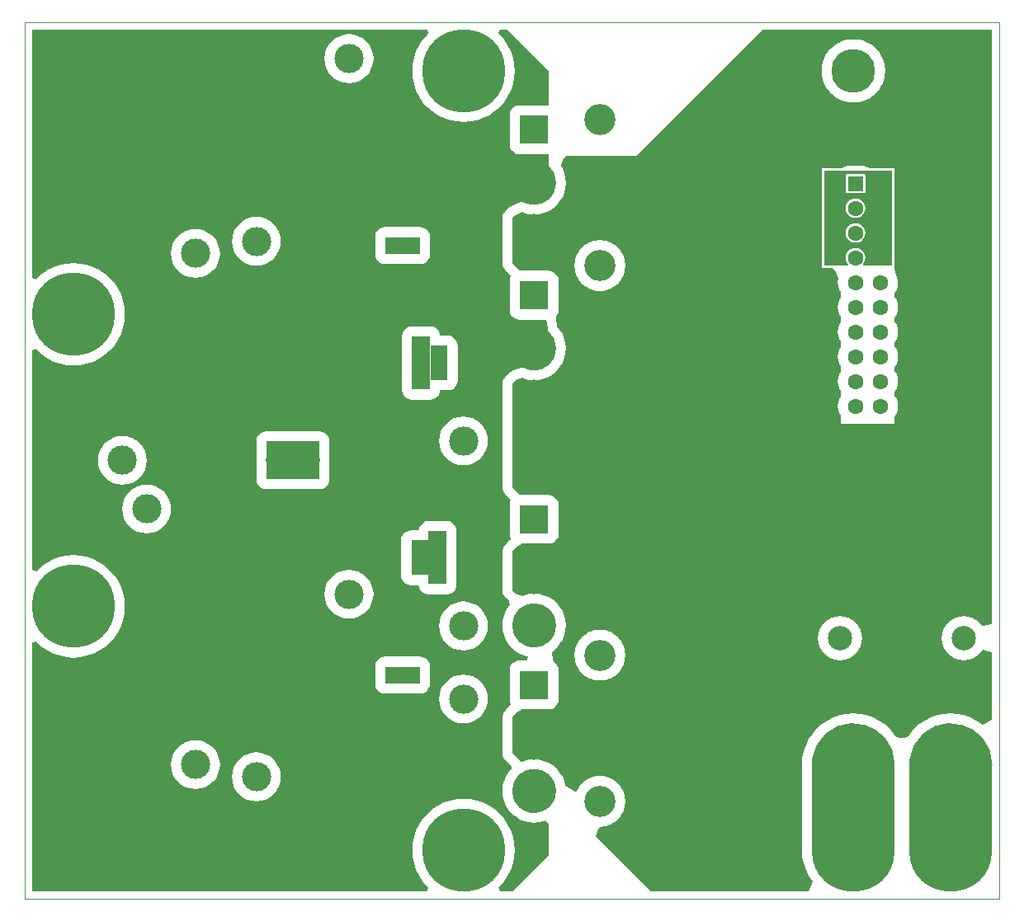
<source format=gbl>
G04 Layer_Physical_Order=2*
G04 Layer_Color=16711680*
%FSLAX25Y25*%
%MOIN*%
G70*
G01*
G75*
%ADD10C,0.05905*%
%ADD11C,0.03937*%
%ADD19R,0.33465X0.34449*%
%ADD20R,0.33465X0.34449*%
%ADD21C,0.00394*%
%ADD22C,0.23622*%
%ADD23C,0.09842*%
%ADD24C,0.33465*%
%ADD25C,0.17716*%
%ADD26C,0.11811*%
%ADD27R,0.06299X0.06299*%
%ADD28C,0.06299*%
%ADD29C,0.12598*%
%ADD30R,0.11811X0.11811*%
%ADD31C,0.03937*%
%ADD32C,0.05000*%
%ADD33R,0.21654X0.07480*%
%ADD34R,0.07087X0.14173*%
%ADD35R,0.07480X0.21654*%
%ADD36R,0.14173X0.07087*%
G36*
X211614Y157480D02*
Y143538D01*
X199803D01*
X198775Y143403D01*
X197818Y143006D01*
X196995Y142375D01*
X196364Y141552D01*
X195967Y140595D01*
X195832Y139567D01*
Y127756D01*
X195967Y126728D01*
X196364Y125770D01*
X196995Y124948D01*
X197818Y124317D01*
X198775Y123920D01*
X199803Y123785D01*
X211614D01*
Y105644D01*
X210911Y105044D01*
X209727Y104318D01*
X208444Y103786D01*
X207093Y103462D01*
X206902Y103447D01*
X206866Y103458D01*
X205709Y103572D01*
X204551Y103458D01*
X204515Y103447D01*
X204324Y103462D01*
X202973Y103786D01*
X202307Y104062D01*
X202263Y104074D01*
X202223Y104096D01*
X201763Y104208D01*
X201306Y104331D01*
X201260D01*
X201215Y104341D01*
X200743Y104331D01*
X200269D01*
X200225Y104319D01*
X200179Y104318D01*
X199725Y104185D01*
X199268Y104062D01*
X199228Y104040D01*
X199184Y104027D01*
X196627Y102898D01*
X196523Y102835D01*
X196408Y102793D01*
X196081Y102566D01*
X195741Y102359D01*
X195657Y102271D01*
X195557Y102202D01*
X194177Y100945D01*
X194117Y100874D01*
X194042Y100817D01*
X193783Y100479D01*
X193508Y100154D01*
X193468Y100069D01*
X193411Y99994D01*
X193248Y99601D01*
X193067Y99215D01*
X193051Y99123D01*
X193015Y99037D01*
X192959Y98614D01*
X192884Y98195D01*
X192892Y98102D01*
X192879Y98009D01*
X192879Y79937D01*
X192943Y79456D01*
X192998Y78973D01*
X193010Y78942D01*
X193015Y78910D01*
X193201Y78461D01*
X193379Y78009D01*
X193849Y77163D01*
X193868Y77137D01*
X193881Y77107D01*
X194177Y76721D01*
X194466Y76331D01*
X194492Y76310D01*
X194512Y76285D01*
X196308Y74488D01*
X195967Y73666D01*
X195832Y72638D01*
Y60827D01*
X195967Y59799D01*
X196364Y58841D01*
X196995Y58019D01*
X197818Y57388D01*
X198775Y56991D01*
X199803Y56856D01*
X210588D01*
X211115Y53602D01*
X211118Y53593D01*
X211118Y53583D01*
X211267Y53096D01*
X211413Y52609D01*
X211418Y52601D01*
X211421Y52591D01*
X211596Y52208D01*
X211614Y52178D01*
Y38715D01*
X210911Y38115D01*
X209727Y37389D01*
X208444Y36857D01*
X207093Y36533D01*
X206902Y36518D01*
X206866Y36529D01*
X205709Y36643D01*
X204551Y36529D01*
X204515Y36518D01*
X204324Y36533D01*
X202973Y36857D01*
X202307Y37133D01*
X202263Y37145D01*
X202223Y37167D01*
X201763Y37279D01*
X201306Y37402D01*
X201260D01*
X201215Y37412D01*
X200742Y37402D01*
X200269D01*
X200225Y37390D01*
X200179Y37389D01*
X199725Y37256D01*
X199268Y37133D01*
X199228Y37110D01*
X199184Y37097D01*
X196627Y35969D01*
X196523Y35906D01*
X196408Y35864D01*
X196081Y35637D01*
X195741Y35430D01*
X195657Y35342D01*
X195557Y35272D01*
X194177Y34016D01*
X194117Y33945D01*
X194043Y33888D01*
X193783Y33550D01*
X193508Y33224D01*
X193468Y33140D01*
X193411Y33065D01*
X193248Y32672D01*
X193067Y32286D01*
X193051Y32194D01*
X193015Y32108D01*
X192959Y31685D01*
X192884Y31266D01*
X192892Y31173D01*
X192879Y31080D01*
Y-10614D01*
X192943Y-11095D01*
X192998Y-11579D01*
X193010Y-11609D01*
X193015Y-11641D01*
X193201Y-12090D01*
X193379Y-12543D01*
X193849Y-13388D01*
X193868Y-13414D01*
X193881Y-13444D01*
X194177Y-13830D01*
X194466Y-14220D01*
X194492Y-14241D01*
X194512Y-14266D01*
X196308Y-16063D01*
X195967Y-16886D01*
X195832Y-17913D01*
Y-29724D01*
X195967Y-30752D01*
X196364Y-31710D01*
X196361Y-31729D01*
X196254Y-31793D01*
X195879Y-32093D01*
X195497Y-32386D01*
X194512Y-33371D01*
X194492Y-33397D01*
X194466Y-33417D01*
X194177Y-33808D01*
X193881Y-34194D01*
X193868Y-34224D01*
X193849Y-34250D01*
X193379Y-35095D01*
X193201Y-35547D01*
X193015Y-35996D01*
X193010Y-36029D01*
X192998Y-36059D01*
X192943Y-36542D01*
X192879Y-37024D01*
Y-52536D01*
X192892Y-52629D01*
X192884Y-52723D01*
X192959Y-53142D01*
X193015Y-53564D01*
X193051Y-53651D01*
X193067Y-53743D01*
X193248Y-54128D01*
X193411Y-54522D01*
X193468Y-54596D01*
X193508Y-54681D01*
X193783Y-55006D01*
X194043Y-55344D01*
X194117Y-55401D01*
X194177Y-55473D01*
X195557Y-56729D01*
X195772Y-57243D01*
X195856Y-58225D01*
X195774Y-58636D01*
X195725Y-58720D01*
X195325Y-59188D01*
X194273Y-60905D01*
X193502Y-62766D01*
X193032Y-64724D01*
X192874Y-66732D01*
X193032Y-68740D01*
X193502Y-70698D01*
X194273Y-72559D01*
X195325Y-74276D01*
X196633Y-75808D01*
X198164Y-77116D01*
X199882Y-78168D01*
X201743Y-78939D01*
X203233Y-79297D01*
X203046Y-80871D01*
X199803D01*
X198775Y-81007D01*
X197818Y-81403D01*
X196995Y-82035D01*
X196364Y-82857D01*
X195967Y-83815D01*
X195832Y-84842D01*
Y-96653D01*
X195967Y-97681D01*
X196364Y-98639D01*
X196361Y-98658D01*
X196254Y-98723D01*
X195878Y-99022D01*
X195497Y-99315D01*
X194512Y-100300D01*
X194492Y-100326D01*
X194466Y-100347D01*
X194177Y-100737D01*
X193881Y-101123D01*
X193868Y-101153D01*
X193849Y-101179D01*
X193379Y-102024D01*
X193201Y-102476D01*
X193015Y-102926D01*
X193010Y-102958D01*
X192998Y-102988D01*
X192943Y-103472D01*
X192879Y-103953D01*
Y-112134D01*
X192874Y-112205D01*
X192879Y-112276D01*
Y-118110D01*
X192879Y-118110D01*
X193015Y-119138D01*
X193411Y-120096D01*
X194043Y-120918D01*
X194043Y-120918D01*
X196674Y-123549D01*
X196633Y-124586D01*
X195325Y-126117D01*
X194273Y-127834D01*
X193502Y-129695D01*
X193032Y-131654D01*
X192874Y-133661D01*
X193032Y-135669D01*
X193502Y-137628D01*
X194273Y-139488D01*
X195325Y-141206D01*
X196633Y-142737D01*
X198164Y-144045D01*
X199882Y-145097D01*
X201743Y-145868D01*
X203701Y-146338D01*
X205709Y-146496D01*
X207716Y-146338D01*
X209675Y-145868D01*
X210039Y-145717D01*
X211614Y-146769D01*
Y-159449D01*
X196850Y-174213D01*
X191823D01*
X191230Y-172638D01*
X191812Y-172127D01*
X193599Y-170090D01*
X195104Y-167837D01*
X196302Y-165407D01*
X197173Y-162841D01*
X197702Y-160184D01*
X197879Y-157480D01*
X197702Y-154777D01*
X197173Y-152119D01*
X196302Y-149554D01*
X195104Y-147124D01*
X193599Y-144871D01*
X191812Y-142834D01*
X189775Y-141047D01*
X187522Y-139542D01*
X185092Y-138343D01*
X182526Y-137472D01*
X179869Y-136944D01*
X177165Y-136767D01*
X174462Y-136944D01*
X171804Y-137472D01*
X169239Y-138343D01*
X166808Y-139542D01*
X164556Y-141047D01*
X162519Y-142834D01*
X160732Y-144871D01*
X159227Y-147124D01*
X158028Y-149554D01*
X157158Y-152119D01*
X156629Y-154777D01*
X156452Y-157480D01*
X156629Y-160184D01*
X157158Y-162841D01*
X158028Y-165407D01*
X159227Y-167837D01*
X160732Y-170090D01*
X162519Y-172127D01*
X163101Y-172638D01*
X162508Y-174213D01*
X2953D01*
Y-73712D01*
X4528Y-73119D01*
X5038Y-73702D01*
X7075Y-75488D01*
X9328Y-76994D01*
X11758Y-78192D01*
X14324Y-79063D01*
X16981Y-79592D01*
X19685Y-79769D01*
X22389Y-79592D01*
X25046Y-79063D01*
X27612Y-78192D01*
X30042Y-76994D01*
X32295Y-75488D01*
X34332Y-73702D01*
X36118Y-71665D01*
X37624Y-69412D01*
X38822Y-66982D01*
X39693Y-64416D01*
X40222Y-61759D01*
X40399Y-59055D01*
X40222Y-56351D01*
X39693Y-53694D01*
X38822Y-51128D01*
X37624Y-48698D01*
X36118Y-46445D01*
X34332Y-44408D01*
X32295Y-42622D01*
X30042Y-41117D01*
X27612Y-39918D01*
X25046Y-39047D01*
X22389Y-38519D01*
X19685Y-38342D01*
X16981Y-38519D01*
X14324Y-39047D01*
X11758Y-39918D01*
X9328Y-41117D01*
X7075Y-42622D01*
X5038Y-44408D01*
X4528Y-44991D01*
X2953Y-44398D01*
Y44398D01*
X4528Y44991D01*
X5038Y44408D01*
X7075Y42622D01*
X9328Y41117D01*
X11758Y39918D01*
X14324Y39047D01*
X16981Y38519D01*
X19685Y38342D01*
X22389Y38519D01*
X25046Y39047D01*
X27612Y39918D01*
X30042Y41117D01*
X32295Y42622D01*
X34332Y44408D01*
X36118Y46445D01*
X37624Y48698D01*
X38822Y51128D01*
X39693Y53694D01*
X40222Y56351D01*
X40399Y59055D01*
X40222Y61759D01*
X39693Y64416D01*
X38822Y66982D01*
X37624Y69412D01*
X36118Y71665D01*
X34332Y73702D01*
X32295Y75488D01*
X30042Y76994D01*
X27612Y78192D01*
X25046Y79063D01*
X22389Y79592D01*
X19685Y79769D01*
X16981Y79592D01*
X14324Y79063D01*
X11758Y78192D01*
X9328Y76994D01*
X7075Y75488D01*
X5038Y73702D01*
X4528Y73119D01*
X2953Y73712D01*
Y174213D01*
X162508D01*
X163101Y172638D01*
X162519Y172127D01*
X160732Y170090D01*
X159227Y167837D01*
X158028Y165407D01*
X157158Y162841D01*
X156629Y160184D01*
X156452Y157480D01*
X156629Y154777D01*
X157158Y152119D01*
X158028Y149554D01*
X159227Y147124D01*
X160732Y144871D01*
X162519Y142833D01*
X164556Y141047D01*
X166808Y139542D01*
X169239Y138343D01*
X171804Y137472D01*
X174462Y136944D01*
X177165Y136767D01*
X179869Y136944D01*
X182526Y137472D01*
X185092Y138343D01*
X187522Y139542D01*
X189775Y141047D01*
X191812Y142833D01*
X193599Y144871D01*
X195104Y147124D01*
X196302Y149554D01*
X197173Y152119D01*
X197702Y154777D01*
X197879Y157480D01*
X197702Y160184D01*
X197173Y162841D01*
X196302Y165407D01*
X195104Y167837D01*
X193599Y170090D01*
X191812Y172127D01*
X191230Y172638D01*
X191823Y174213D01*
X194882D01*
X211614Y157480D01*
D02*
G37*
G36*
X331683Y174213D02*
X332720Y170277D01*
X332708Y170269D01*
X332168Y170083D01*
X332048Y170059D01*
X332141Y170074D01*
X332168Y170083D01*
X332168Y170083D01*
X332141Y170074D01*
X331756Y170010D01*
X330731Y169699D01*
X330679Y169687D01*
X330650Y169675D01*
X330087Y169504D01*
X329732Y169343D01*
X329367Y169206D01*
X328848Y168929D01*
X328819Y168916D01*
X328773Y168888D01*
X327829Y168383D01*
X327512Y168157D01*
X327181Y167951D01*
X325833Y166844D01*
X325566Y166560D01*
X325282Y166294D01*
X324175Y164945D01*
X323969Y164614D01*
X323743Y164297D01*
X323237Y163353D01*
X323210Y163307D01*
X323198Y163278D01*
X322920Y162759D01*
X322783Y162394D01*
X322622Y162039D01*
X322451Y161476D01*
X322439Y161446D01*
X322427Y161395D01*
X322116Y160370D01*
X322052Y159985D01*
X321964Y159606D01*
X321793Y157870D01*
X321805Y157480D01*
X321793Y157091D01*
X321964Y155355D01*
X322052Y154975D01*
X322116Y154591D01*
X322427Y153566D01*
X322439Y153514D01*
X322451Y153485D01*
X322622Y152921D01*
X322783Y152567D01*
X322920Y152202D01*
X323198Y151683D01*
X323210Y151653D01*
X323237Y151608D01*
X323743Y150663D01*
X323969Y150347D01*
X324175Y150016D01*
X325282Y148667D01*
X325566Y148401D01*
X325833Y148117D01*
X327181Y147010D01*
X327512Y146804D01*
X327829Y146577D01*
X328773Y146072D01*
X328819Y146044D01*
X328848Y146032D01*
X329367Y145755D01*
X329732Y145617D01*
X330087Y145457D01*
X330650Y145286D01*
X330679Y145274D01*
X330731Y145261D01*
X331756Y144950D01*
X332141Y144887D01*
X332520Y144798D01*
X334256Y144627D01*
X334452Y144634D01*
X334646Y144608D01*
X334840Y144634D01*
X335035Y144627D01*
X336771Y144798D01*
X337151Y144887D01*
X337535Y144950D01*
X338560Y145261D01*
X338612Y145274D01*
X338641Y145286D01*
X339205Y145457D01*
X339559Y145617D01*
X339924Y145755D01*
X340443Y146032D01*
X340473Y146044D01*
X340518Y146072D01*
X341463Y146577D01*
X341779Y146804D01*
X342110Y147010D01*
X343459Y148117D01*
X343725Y148401D01*
X344009Y148667D01*
X345116Y150016D01*
X345322Y150347D01*
X345549Y150663D01*
X346054Y151608D01*
X346082Y151653D01*
X346094Y151683D01*
X346371Y152202D01*
X346509Y152567D01*
X346669Y152921D01*
X346840Y153485D01*
X346852Y153514D01*
X346865Y153566D01*
X347176Y154591D01*
X347239Y154975D01*
X347328Y155355D01*
X347499Y157091D01*
X347486Y157480D01*
X347499Y157870D01*
X347328Y159606D01*
X347239Y159985D01*
X347176Y160370D01*
X346865Y161395D01*
X346852Y161446D01*
X346840Y161476D01*
X346669Y162039D01*
X346509Y162394D01*
X346371Y162759D01*
X346094Y163278D01*
X346082Y163307D01*
X346054Y163353D01*
X345549Y164297D01*
X345322Y164614D01*
X345116Y164945D01*
X344009Y166294D01*
X343725Y166560D01*
X343459Y166844D01*
X342110Y167951D01*
X341779Y168157D01*
X341463Y168383D01*
X340518Y168888D01*
X340473Y168916D01*
X340443Y168929D01*
X339924Y169206D01*
X339559Y169343D01*
X339205Y169504D01*
X338641Y169675D01*
X338612Y169687D01*
X338560Y169699D01*
X337535Y170010D01*
X337151Y170074D01*
X337123Y170083D01*
X337123Y170083D01*
X336584Y170269D01*
X336572Y170277D01*
X337608Y174213D01*
X390748Y174213D01*
X390748Y-66070D01*
X386811Y-67056D01*
X386731Y-66906D01*
X385624Y-65557D01*
X384275Y-64450D01*
X382736Y-63628D01*
X381066Y-63121D01*
X379330Y-62950D01*
X377593Y-63121D01*
X375923Y-63628D01*
X374384Y-64450D01*
X373036Y-65557D01*
X371929Y-66906D01*
X371106Y-68445D01*
X370600Y-70115D01*
X370429Y-71851D01*
X370600Y-73588D01*
X371106Y-75258D01*
X371929Y-76797D01*
X373036Y-78145D01*
X374384Y-79252D01*
X375923Y-80075D01*
X377593Y-80581D01*
X379330Y-80752D01*
X381066Y-80581D01*
X382736Y-80075D01*
X384275Y-79252D01*
X385624Y-78145D01*
X386731Y-76797D01*
X386811Y-76647D01*
X390748Y-77633D01*
X390748Y-104979D01*
X386811Y-106763D01*
X386625Y-106599D01*
X384372Y-105094D01*
X381942Y-103896D01*
X379376Y-103025D01*
X376718Y-102496D01*
X374015Y-102319D01*
X371311Y-102496D01*
X368654Y-103025D01*
X366088Y-103896D01*
X363658Y-105094D01*
X361405Y-106599D01*
X359368Y-108386D01*
X357582Y-110423D01*
X356592Y-111904D01*
X354330Y-112339D01*
X352067Y-111904D01*
X351078Y-110423D01*
X349291Y-108386D01*
X347254Y-106599D01*
X345002Y-105094D01*
X342571Y-103896D01*
X340006Y-103025D01*
X337348Y-102496D01*
X334645Y-102319D01*
X331941Y-102496D01*
X329284Y-103025D01*
X326718Y-103896D01*
X324288Y-105094D01*
X322035Y-106599D01*
X319998Y-108386D01*
X318212Y-110423D01*
X316706Y-112676D01*
X315508Y-115106D01*
X314637Y-117671D01*
X314108Y-120329D01*
X313931Y-123032D01*
X313942Y-123205D01*
Y-157322D01*
X313932Y-157480D01*
X314109Y-160184D01*
X314638Y-162841D01*
X315509Y-165407D01*
X316707Y-167837D01*
X318212Y-170090D01*
X318375Y-170276D01*
X316591Y-174213D01*
X252953Y-174213D01*
X230651Y-151910D01*
X231569Y-149081D01*
X232380Y-148072D01*
X232413Y-148068D01*
X232673Y-148077D01*
X233908Y-147955D01*
X234161Y-147896D01*
X234290Y-147883D01*
X234414Y-147846D01*
X234671Y-147803D01*
X235858Y-147443D01*
X236095Y-147336D01*
X236220Y-147298D01*
X236334Y-147237D01*
X236578Y-147145D01*
X237672Y-146560D01*
X237883Y-146409D01*
X237998Y-146348D01*
X238098Y-146265D01*
X238319Y-146128D01*
X239278Y-145341D01*
X239456Y-145151D01*
X239557Y-145068D01*
X239639Y-144968D01*
X239829Y-144790D01*
X240616Y-143831D01*
X240753Y-143610D01*
X240836Y-143510D01*
X240897Y-143395D01*
X241049Y-143184D01*
X241633Y-142089D01*
X241725Y-141846D01*
X241786Y-141732D01*
X241824Y-141607D01*
X241931Y-141370D01*
X242291Y-140183D01*
X242334Y-139926D01*
X242372Y-139802D01*
X242384Y-139673D01*
X242443Y-139419D01*
X242565Y-138184D01*
X242559Y-137989D01*
X242584Y-137795D01*
X242559Y-137601D01*
X242565Y-137406D01*
X242443Y-136171D01*
X242384Y-135918D01*
X242372Y-135789D01*
X242334Y-135664D01*
X242291Y-135408D01*
X241931Y-134220D01*
X241824Y-133983D01*
X241786Y-133859D01*
X241725Y-133745D01*
X241633Y-133501D01*
X241049Y-132407D01*
X240897Y-132195D01*
X240836Y-132081D01*
X240753Y-131981D01*
X240616Y-131760D01*
X239829Y-130800D01*
X239639Y-130622D01*
X239557Y-130522D01*
X239456Y-130440D01*
X239278Y-130250D01*
X238319Y-129463D01*
X238098Y-129325D01*
X237998Y-129243D01*
X237883Y-129182D01*
X237672Y-129030D01*
X236578Y-128445D01*
X236334Y-128354D01*
X236220Y-128293D01*
X236095Y-128255D01*
X235858Y-128147D01*
X234671Y-127787D01*
X234414Y-127745D01*
X234290Y-127707D01*
X234161Y-127694D01*
X233908Y-127635D01*
X232673Y-127514D01*
X232413Y-127522D01*
X232283Y-127509D01*
X232154Y-127522D01*
X231894Y-127514D01*
X230659Y-127635D01*
X230406Y-127694D01*
X230277Y-127707D01*
X230153Y-127745D01*
X229896Y-127787D01*
X228709Y-128147D01*
X228471Y-128255D01*
X228347Y-128293D01*
X228233Y-128354D01*
X227989Y-128445D01*
X226895Y-129030D01*
X226683Y-129182D01*
X226569Y-129243D01*
X226469Y-129325D01*
X226248Y-129463D01*
X225289Y-130250D01*
X225111Y-130440D01*
X225010Y-130522D01*
X224928Y-130622D01*
X224738Y-130800D01*
X223951Y-131760D01*
X223814Y-131981D01*
X223731Y-132081D01*
X223670Y-132195D01*
X223518Y-132407D01*
X222934Y-133501D01*
X222842Y-133745D01*
X222781Y-133859D01*
X222457Y-133936D01*
X222152Y-133914D01*
X218386Y-131654D01*
X217915Y-129695D01*
X217145Y-127834D01*
X216092Y-126117D01*
X214784Y-124586D01*
X213253Y-123278D01*
X211536Y-122225D01*
X209675Y-121455D01*
X207716Y-120985D01*
X205709Y-120827D01*
X203701Y-120985D01*
X201743Y-121455D01*
X200648Y-121908D01*
X196850Y-118110D01*
Y-103953D01*
X197320Y-103108D01*
X198305Y-102122D01*
X200787Y-100625D01*
X211614D01*
X212642Y-100489D01*
X213600Y-100092D01*
X214422Y-99461D01*
X215053Y-98639D01*
X215450Y-97681D01*
X215585Y-96653D01*
Y-84842D01*
X215450Y-83815D01*
X215053Y-82857D01*
X214422Y-82035D01*
X213600Y-81403D01*
X213031Y-78387D01*
X213216Y-77138D01*
X213253Y-77116D01*
X214784Y-75808D01*
X216092Y-74276D01*
X217145Y-72559D01*
X217915Y-70698D01*
X218386Y-68740D01*
X218544Y-66732D01*
X218386Y-64724D01*
X217915Y-62766D01*
X217145Y-60905D01*
X216092Y-59188D01*
X214784Y-57657D01*
X213253Y-56349D01*
X211536Y-55296D01*
X209675Y-54526D01*
X207716Y-54056D01*
X205709Y-53897D01*
X203701Y-54056D01*
X201743Y-54526D01*
X200787Y-54921D01*
X198230Y-53793D01*
X196850Y-52536D01*
Y-37024D01*
X197320Y-36179D01*
X198305Y-35193D01*
X200787Y-33695D01*
X211614D01*
X212642Y-33560D01*
X213600Y-33163D01*
X214422Y-32532D01*
X215053Y-31710D01*
X215450Y-30752D01*
X215585Y-29724D01*
Y-17913D01*
X215450Y-16886D01*
X215053Y-15928D01*
X214422Y-15105D01*
X213600Y-14474D01*
X212642Y-14078D01*
X211614Y-13942D01*
X199803D01*
X197320Y-11459D01*
X196850Y-10614D01*
Y31080D01*
X198230Y32336D01*
X200787Y33465D01*
X201743Y33069D01*
X203701Y32599D01*
X205709Y32441D01*
X207716Y32599D01*
X209675Y33069D01*
X211536Y33840D01*
X213253Y34892D01*
X214784Y36200D01*
X216092Y37732D01*
X217145Y39449D01*
X217915Y41309D01*
X218386Y43268D01*
X218544Y45276D01*
X218386Y47283D01*
X217915Y49242D01*
X217145Y51103D01*
X216092Y52820D01*
X215209Y53853D01*
X215035Y54237D01*
X214459Y57791D01*
X215053Y58841D01*
X215450Y59799D01*
X215585Y60827D01*
Y72638D01*
X215450Y73666D01*
X215053Y74623D01*
X214422Y75446D01*
X213600Y76077D01*
X212642Y76473D01*
X211614Y76609D01*
X199803D01*
X197320Y79092D01*
X196850Y79937D01*
X196850Y98009D01*
X198230Y99265D01*
X200787Y100394D01*
X201743Y99998D01*
X203701Y99528D01*
X205709Y99370D01*
X207716Y99528D01*
X209675Y99998D01*
X211536Y100769D01*
X213253Y101821D01*
X214784Y103129D01*
X216092Y104661D01*
X217145Y106378D01*
X217915Y108238D01*
X218386Y110197D01*
X218544Y112205D01*
X218386Y114213D01*
X217915Y116171D01*
X217145Y118032D01*
X216493Y119095D01*
X217196Y121275D01*
X218466Y123031D01*
X247047Y123031D01*
X298228Y174213D01*
X331683Y174213D01*
D02*
G37*
%LPC*%
G36*
X130905Y-44244D02*
X128976Y-44434D01*
X127121Y-44997D01*
X125411Y-45911D01*
X123912Y-47140D01*
X122682Y-48639D01*
X121768Y-50349D01*
X121205Y-52204D01*
X121015Y-54134D01*
X121205Y-56063D01*
X121768Y-57919D01*
X122682Y-59628D01*
X123912Y-61127D01*
X125411Y-62357D01*
X127121Y-63271D01*
X128976Y-63834D01*
X130905Y-64024D01*
X132835Y-63834D01*
X134690Y-63271D01*
X136400Y-62357D01*
X137899Y-61127D01*
X139129Y-59628D01*
X140043Y-57919D01*
X140606Y-56063D01*
X140796Y-54134D01*
X140606Y-52204D01*
X140043Y-50349D01*
X139129Y-48639D01*
X137899Y-47140D01*
X136400Y-45911D01*
X134690Y-44997D01*
X132835Y-44434D01*
X130905Y-44244D01*
D02*
G37*
G36*
X170472Y-24572D02*
X162992D01*
X161964Y-24708D01*
X161007Y-25104D01*
X160184Y-25735D01*
X159553Y-26558D01*
X159157Y-27516D01*
X159052Y-28313D01*
X155905D01*
X154878Y-28448D01*
X153920Y-28844D01*
X153098Y-29476D01*
X152467Y-30298D01*
X152070Y-31256D01*
X151935Y-32283D01*
Y-46457D01*
X152070Y-47484D01*
X152467Y-48442D01*
X153098Y-49265D01*
X153920Y-49896D01*
X154878Y-50292D01*
X155905Y-50428D01*
X159052D01*
X159157Y-51225D01*
X159553Y-52182D01*
X160184Y-53005D01*
X161007Y-53636D01*
X161964Y-54032D01*
X162992Y-54168D01*
X170472D01*
X171500Y-54032D01*
X172458Y-53636D01*
X173280Y-53005D01*
X173911Y-52182D01*
X174308Y-51225D01*
X174443Y-50197D01*
Y-28543D01*
X174308Y-27516D01*
X173911Y-26558D01*
X173280Y-25735D01*
X172458Y-25104D01*
X171500Y-24708D01*
X170472Y-24572D01*
D02*
G37*
G36*
X39370Y9890D02*
X37441Y9700D01*
X35585Y9137D01*
X33875Y8223D01*
X32377Y6993D01*
X31147Y5495D01*
X30233Y3785D01*
X29670Y1929D01*
X29480Y0D01*
X29670Y-1929D01*
X30233Y-3785D01*
X31147Y-5495D01*
X32377Y-6993D01*
X33875Y-8223D01*
X35585Y-9137D01*
X37441Y-9700D01*
X39370Y-9890D01*
X41300Y-9700D01*
X43155Y-9137D01*
X44865Y-8223D01*
X46363Y-6993D01*
X47593Y-5495D01*
X48507Y-3785D01*
X49070Y-1929D01*
X49260Y0D01*
X49070Y1929D01*
X48507Y3785D01*
X47593Y5495D01*
X46363Y6993D01*
X44865Y8223D01*
X43155Y9137D01*
X41300Y9700D01*
X39370Y9890D01*
D02*
G37*
G36*
X119095Y11648D02*
X97441D01*
X96413Y11513D01*
X95455Y11116D01*
X94633Y10485D01*
X94002Y9663D01*
X93605Y8705D01*
X93470Y7677D01*
Y197D01*
X93481Y110D01*
X93471Y0D01*
X93481Y-110D01*
X93470Y-197D01*
Y-7677D01*
X93605Y-8705D01*
X94002Y-9663D01*
X94633Y-10485D01*
X95455Y-11116D01*
X96413Y-11513D01*
X97441Y-11648D01*
X119095D01*
X120122Y-11513D01*
X121080Y-11116D01*
X121902Y-10485D01*
X122534Y-9663D01*
X122930Y-8705D01*
X123065Y-7677D01*
Y-197D01*
X123054Y-110D01*
X123065Y0D01*
X123054Y110D01*
X123065Y197D01*
Y7677D01*
X122930Y8705D01*
X122534Y9663D01*
X121902Y10485D01*
X121080Y11116D01*
X120122Y11513D01*
X119095Y11648D01*
D02*
G37*
G36*
X49213Y-9795D02*
X47283Y-9985D01*
X45428Y-10548D01*
X43718Y-11462D01*
X42219Y-12692D01*
X40989Y-14190D01*
X40075Y-15900D01*
X39513Y-17756D01*
X39323Y-19685D01*
X39513Y-21614D01*
X40075Y-23470D01*
X40989Y-25180D01*
X42219Y-26678D01*
X43718Y-27908D01*
X45428Y-28822D01*
X47283Y-29385D01*
X49213Y-29575D01*
X51142Y-29385D01*
X52997Y-28822D01*
X54707Y-27908D01*
X56206Y-26678D01*
X57436Y-25180D01*
X58350Y-23470D01*
X58913Y-21614D01*
X59103Y-19685D01*
X58913Y-17756D01*
X58350Y-15900D01*
X57436Y-14190D01*
X56206Y-12692D01*
X54707Y-11462D01*
X52997Y-10548D01*
X51142Y-9985D01*
X49213Y-9795D01*
D02*
G37*
G36*
X177165Y-86567D02*
X175236Y-86757D01*
X173381Y-87319D01*
X171671Y-88233D01*
X170172Y-89463D01*
X168942Y-90962D01*
X168028Y-92672D01*
X167465Y-94527D01*
X167275Y-96457D01*
X167465Y-98386D01*
X168028Y-100241D01*
X168942Y-101951D01*
X170172Y-103450D01*
X171671Y-104680D01*
X173381Y-105594D01*
X175236Y-106157D01*
X177165Y-106347D01*
X179095Y-106157D01*
X180950Y-105594D01*
X182660Y-104680D01*
X184159Y-103450D01*
X185389Y-101951D01*
X186303Y-100241D01*
X186865Y-98386D01*
X187056Y-96457D01*
X186865Y-94527D01*
X186303Y-92672D01*
X185389Y-90962D01*
X184159Y-89463D01*
X182660Y-88233D01*
X180950Y-87319D01*
X179095Y-86757D01*
X177165Y-86567D01*
D02*
G37*
G36*
X68898Y-113141D02*
X66968Y-113331D01*
X65113Y-113894D01*
X63403Y-114808D01*
X61904Y-116038D01*
X60674Y-117537D01*
X59760Y-119247D01*
X59197Y-121102D01*
X59008Y-123031D01*
X59197Y-124961D01*
X59760Y-126816D01*
X60674Y-128526D01*
X61904Y-130025D01*
X63403Y-131255D01*
X65113Y-132169D01*
X66968Y-132732D01*
X68898Y-132922D01*
X70827Y-132732D01*
X72682Y-132169D01*
X74392Y-131255D01*
X75891Y-130025D01*
X77121Y-128526D01*
X78035Y-126816D01*
X78598Y-124961D01*
X78788Y-123031D01*
X78598Y-121102D01*
X78035Y-119247D01*
X77121Y-117537D01*
X75891Y-116038D01*
X74392Y-114808D01*
X72682Y-113894D01*
X70827Y-113331D01*
X68898Y-113141D01*
D02*
G37*
G36*
X93504Y-118063D02*
X91575Y-118253D01*
X89719Y-118816D01*
X88009Y-119729D01*
X86511Y-120959D01*
X85281Y-122458D01*
X84367Y-124168D01*
X83804Y-126023D01*
X83614Y-127953D01*
X83804Y-129882D01*
X84367Y-131738D01*
X85281Y-133447D01*
X86511Y-134946D01*
X88009Y-136176D01*
X89719Y-137090D01*
X91575Y-137653D01*
X93504Y-137843D01*
X95433Y-137653D01*
X97289Y-137090D01*
X98999Y-136176D01*
X100497Y-134946D01*
X101727Y-133447D01*
X102641Y-131738D01*
X103204Y-129882D01*
X103394Y-127953D01*
X103204Y-126023D01*
X102641Y-124168D01*
X101727Y-122458D01*
X100497Y-120959D01*
X98999Y-119729D01*
X97289Y-118816D01*
X95433Y-118253D01*
X93504Y-118063D01*
D02*
G37*
G36*
X177165Y-57039D02*
X175236Y-57229D01*
X173381Y-57792D01*
X171671Y-58706D01*
X170172Y-59936D01*
X168942Y-61435D01*
X168028Y-63144D01*
X167465Y-65000D01*
X167275Y-66929D01*
X167465Y-68859D01*
X168028Y-70714D01*
X168942Y-72424D01*
X170172Y-73922D01*
X171671Y-75152D01*
X173381Y-76066D01*
X175236Y-76629D01*
X177165Y-76819D01*
X179095Y-76629D01*
X180950Y-76066D01*
X182660Y-75152D01*
X184159Y-73922D01*
X185389Y-72424D01*
X186303Y-70714D01*
X186865Y-68859D01*
X187056Y-66929D01*
X186865Y-65000D01*
X186303Y-63144D01*
X185389Y-61435D01*
X184159Y-59936D01*
X182660Y-58706D01*
X180950Y-57792D01*
X179095Y-57229D01*
X177165Y-57039D01*
D02*
G37*
G36*
X159646Y-79297D02*
X145473D01*
X144445Y-79432D01*
X143487Y-79829D01*
X142665Y-80460D01*
X142034Y-81282D01*
X141637Y-82240D01*
X141501Y-83268D01*
Y-90354D01*
X141637Y-91382D01*
X142034Y-92340D01*
X142665Y-93162D01*
X143487Y-93793D01*
X144445Y-94190D01*
X145473Y-94325D01*
X159646D01*
X160673Y-94190D01*
X161631Y-93793D01*
X162454Y-93162D01*
X163085Y-92340D01*
X163481Y-91382D01*
X163617Y-90354D01*
Y-83268D01*
X163481Y-82240D01*
X163085Y-81282D01*
X162454Y-80460D01*
X161631Y-79829D01*
X160673Y-79432D01*
X159646Y-79297D01*
D02*
G37*
G36*
X177165Y17764D02*
X175236Y17574D01*
X173381Y17011D01*
X171671Y16097D01*
X170172Y14867D01*
X168942Y13369D01*
X168028Y11659D01*
X167465Y9804D01*
X167275Y7874D01*
X167465Y5945D01*
X168028Y4089D01*
X168942Y2379D01*
X170172Y881D01*
X171671Y-349D01*
X173381Y-1263D01*
X175236Y-1826D01*
X177165Y-2016D01*
X179095Y-1826D01*
X180950Y-1263D01*
X182660Y-349D01*
X184159Y881D01*
X185389Y2379D01*
X186303Y4089D01*
X186865Y5945D01*
X187056Y7874D01*
X186865Y9804D01*
X186303Y11659D01*
X185389Y13369D01*
X184159Y14867D01*
X182660Y16097D01*
X180950Y17011D01*
X179095Y17574D01*
X177165Y17764D01*
D02*
G37*
G36*
X130905Y172292D02*
X128976Y172102D01*
X127121Y171539D01*
X125411Y170625D01*
X123912Y169395D01*
X122682Y167896D01*
X121768Y166186D01*
X121205Y164331D01*
X121015Y162402D01*
X121205Y160472D01*
X121768Y158617D01*
X122682Y156907D01*
X123912Y155408D01*
X125411Y154178D01*
X127121Y153264D01*
X128976Y152701D01*
X130905Y152511D01*
X132835Y152701D01*
X134690Y153264D01*
X136400Y154178D01*
X137899Y155408D01*
X139129Y156907D01*
X140043Y158617D01*
X140606Y160472D01*
X140796Y162402D01*
X140606Y164331D01*
X140043Y166186D01*
X139129Y167896D01*
X137899Y169395D01*
X136400Y170625D01*
X134690Y171539D01*
X132835Y172102D01*
X130905Y172292D01*
D02*
G37*
G36*
X159646Y94325D02*
X145473D01*
X144445Y94190D01*
X143487Y93793D01*
X142665Y93162D01*
X142034Y92340D01*
X141637Y91382D01*
X141501Y90354D01*
Y83268D01*
X141637Y82240D01*
X142034Y81282D01*
X142665Y80460D01*
X143487Y79829D01*
X144445Y79432D01*
X145473Y79297D01*
X159646D01*
X160673Y79432D01*
X161631Y79829D01*
X162454Y80460D01*
X163085Y81282D01*
X163481Y82240D01*
X163617Y83268D01*
Y90354D01*
X163481Y91382D01*
X163085Y92340D01*
X162454Y93162D01*
X161631Y93793D01*
X160673Y94190D01*
X159646Y94325D01*
D02*
G37*
G36*
X68898Y93552D02*
X66968Y93362D01*
X65113Y92799D01*
X63403Y91885D01*
X61904Y90655D01*
X60674Y89156D01*
X59760Y87446D01*
X59197Y85591D01*
X59008Y83661D01*
X59197Y81732D01*
X59760Y79877D01*
X60674Y78167D01*
X61904Y76668D01*
X63403Y75438D01*
X65113Y74524D01*
X66968Y73961D01*
X68898Y73771D01*
X70827Y73961D01*
X72682Y74524D01*
X74392Y75438D01*
X75891Y76668D01*
X77121Y78167D01*
X78035Y79877D01*
X78598Y81732D01*
X78788Y83661D01*
X78598Y85591D01*
X78035Y87446D01*
X77121Y89156D01*
X75891Y90655D01*
X74392Y91885D01*
X72682Y92799D01*
X70827Y93362D01*
X68898Y93552D01*
D02*
G37*
G36*
X163779Y54168D02*
X156299D01*
X155271Y54032D01*
X154314Y53636D01*
X153491Y53005D01*
X152860Y52182D01*
X152464Y51225D01*
X152328Y50197D01*
Y28543D01*
X152464Y27516D01*
X152860Y26558D01*
X153491Y25735D01*
X154314Y25104D01*
X155271Y24708D01*
X156299Y24572D01*
X163779D01*
X164807Y24708D01*
X165765Y25104D01*
X166587Y25735D01*
X167218Y26558D01*
X167615Y27516D01*
X167720Y28313D01*
X170866D01*
X171894Y28448D01*
X172852Y28844D01*
X173674Y29476D01*
X174305Y30298D01*
X174702Y31256D01*
X174837Y32283D01*
Y46457D01*
X174702Y47484D01*
X174305Y48442D01*
X173674Y49265D01*
X172852Y49896D01*
X171894Y50292D01*
X170866Y50428D01*
X167720D01*
X167615Y51225D01*
X167218Y52182D01*
X166587Y53005D01*
X165765Y53636D01*
X164807Y54032D01*
X163779Y54168D01*
D02*
G37*
G36*
X93504Y98473D02*
X91575Y98283D01*
X89719Y97720D01*
X88009Y96806D01*
X86511Y95576D01*
X85281Y94077D01*
X84367Y92368D01*
X83804Y90512D01*
X83614Y88583D01*
X83804Y86653D01*
X84367Y84798D01*
X85281Y83088D01*
X86511Y81589D01*
X88009Y80359D01*
X89719Y79445D01*
X91575Y78883D01*
X93504Y78693D01*
X95433Y78883D01*
X97289Y79445D01*
X98999Y80359D01*
X100497Y81589D01*
X101727Y83088D01*
X102641Y84798D01*
X103204Y86653D01*
X103394Y88583D01*
X103204Y90512D01*
X102641Y92368D01*
X101727Y94077D01*
X100497Y95576D01*
X98999Y96806D01*
X97289Y97720D01*
X95433Y98283D01*
X93504Y98473D01*
D02*
G37*
G36*
X232283Y-68454D02*
X232154Y-68467D01*
X231894Y-68459D01*
X230659Y-68580D01*
X230406Y-68639D01*
X230277Y-68652D01*
X230153Y-68690D01*
X229896Y-68732D01*
X228709Y-69092D01*
X228471Y-69200D01*
X228347Y-69237D01*
X228233Y-69298D01*
X227989Y-69390D01*
X226895Y-69975D01*
X226683Y-70127D01*
X226569Y-70188D01*
X226469Y-70270D01*
X226248Y-70408D01*
X225289Y-71195D01*
X225111Y-71385D01*
X225010Y-71467D01*
X224928Y-71567D01*
X224738Y-71745D01*
X223951Y-72704D01*
X223814Y-72925D01*
X223731Y-73026D01*
X223670Y-73140D01*
X223518Y-73352D01*
X222934Y-74446D01*
X222842Y-74690D01*
X222781Y-74804D01*
X222743Y-74928D01*
X222636Y-75165D01*
X222275Y-76353D01*
X222233Y-76609D01*
X222195Y-76733D01*
X222183Y-76863D01*
X222124Y-77116D01*
X222002Y-78351D01*
X222008Y-78546D01*
X221983Y-78740D01*
X222008Y-78934D01*
X222002Y-79129D01*
X222124Y-80364D01*
X222183Y-80618D01*
X222195Y-80747D01*
X222233Y-80871D01*
X222275Y-81128D01*
X222636Y-82315D01*
X222743Y-82552D01*
X222781Y-82676D01*
X222842Y-82791D01*
X222934Y-83034D01*
X223518Y-84129D01*
X223670Y-84340D01*
X223731Y-84455D01*
X223814Y-84555D01*
X223951Y-84776D01*
X224738Y-85735D01*
X224928Y-85913D01*
X225010Y-86013D01*
X225111Y-86096D01*
X225289Y-86286D01*
X226248Y-87073D01*
X226469Y-87210D01*
X226569Y-87292D01*
X226683Y-87354D01*
X226895Y-87505D01*
X227989Y-88090D01*
X228233Y-88182D01*
X228347Y-88243D01*
X228471Y-88281D01*
X228709Y-88388D01*
X229896Y-88748D01*
X230153Y-88791D01*
X230277Y-88828D01*
X230406Y-88841D01*
X230659Y-88900D01*
X231894Y-89022D01*
X232154Y-89013D01*
X232283Y-89026D01*
X232413Y-89013D01*
X232673Y-89022D01*
X233908Y-88900D01*
X234161Y-88841D01*
X234290Y-88828D01*
X234414Y-88791D01*
X234671Y-88748D01*
X235858Y-88388D01*
X236095Y-88281D01*
X236220Y-88243D01*
X236334Y-88182D01*
X236578Y-88090D01*
X237672Y-87505D01*
X237883Y-87354D01*
X237998Y-87292D01*
X238098Y-87210D01*
X238319Y-87073D01*
X239278Y-86286D01*
X239456Y-86096D01*
X239557Y-86013D01*
X239639Y-85913D01*
X239829Y-85735D01*
X240616Y-84776D01*
X240753Y-84555D01*
X240836Y-84455D01*
X240897Y-84340D01*
X241049Y-84129D01*
X241633Y-83034D01*
X241725Y-82791D01*
X241786Y-82676D01*
X241824Y-82552D01*
X241931Y-82315D01*
X242291Y-81128D01*
X242334Y-80871D01*
X242372Y-80747D01*
X242384Y-80618D01*
X242443Y-80364D01*
X242565Y-79129D01*
X242559Y-78934D01*
X242584Y-78740D01*
X242559Y-78546D01*
X242565Y-78351D01*
X242443Y-77116D01*
X242384Y-76863D01*
X242372Y-76733D01*
X242334Y-76609D01*
X242291Y-76353D01*
X241931Y-75165D01*
X241824Y-74928D01*
X241786Y-74804D01*
X241725Y-74690D01*
X241633Y-74446D01*
X241049Y-73352D01*
X240897Y-73140D01*
X240836Y-73026D01*
X240753Y-72925D01*
X240616Y-72704D01*
X239829Y-71745D01*
X239639Y-71567D01*
X239557Y-71467D01*
X239456Y-71385D01*
X239278Y-71195D01*
X238319Y-70408D01*
X238098Y-70270D01*
X237998Y-70188D01*
X237883Y-70127D01*
X237672Y-69975D01*
X236578Y-69390D01*
X236334Y-69298D01*
X236220Y-69237D01*
X236095Y-69200D01*
X235858Y-69092D01*
X234671Y-68732D01*
X234414Y-68690D01*
X234290Y-68652D01*
X234161Y-68639D01*
X233908Y-68580D01*
X232673Y-68459D01*
X232413Y-68467D01*
X232283Y-68454D01*
D02*
G37*
G36*
X329330Y-62950D02*
X327593Y-63121D01*
X325923Y-63628D01*
X324384Y-64450D01*
X323036Y-65557D01*
X321929Y-66906D01*
X321106Y-68445D01*
X320600Y-70115D01*
X320429Y-71851D01*
X320600Y-73588D01*
X321106Y-75258D01*
X321929Y-76797D01*
X323036Y-78145D01*
X324384Y-79252D01*
X325923Y-80075D01*
X327593Y-80581D01*
X329330Y-80752D01*
X331066Y-80581D01*
X332736Y-80075D01*
X334275Y-79252D01*
X335624Y-78145D01*
X336731Y-76797D01*
X337553Y-75258D01*
X338060Y-73588D01*
X338231Y-71851D01*
X338060Y-70115D01*
X337553Y-68445D01*
X336731Y-66906D01*
X335624Y-65557D01*
X334275Y-64450D01*
X332736Y-63628D01*
X331066Y-63121D01*
X329330Y-62950D01*
D02*
G37*
G36*
X232283Y89026D02*
X232154Y89013D01*
X231894Y89022D01*
X230659Y88900D01*
X230406Y88841D01*
X230277Y88828D01*
X230153Y88791D01*
X229896Y88748D01*
X228709Y88388D01*
X228471Y88281D01*
X228347Y88243D01*
X228233Y88182D01*
X227989Y88090D01*
X226895Y87505D01*
X226683Y87354D01*
X226569Y87292D01*
X226469Y87210D01*
X226248Y87073D01*
X225289Y86286D01*
X225111Y86095D01*
X225010Y86013D01*
X224928Y85913D01*
X224738Y85735D01*
X223951Y84776D01*
X223814Y84555D01*
X223731Y84455D01*
X223670Y84340D01*
X223518Y84129D01*
X222934Y83034D01*
X222842Y82791D01*
X222781Y82676D01*
X222743Y82552D01*
X222636Y82315D01*
X222275Y81128D01*
X222233Y80871D01*
X222195Y80747D01*
X222183Y80618D01*
X222124Y80364D01*
X222002Y79129D01*
X222008Y78934D01*
X221983Y78740D01*
X222008Y78546D01*
X222002Y78351D01*
X222124Y77116D01*
X222183Y76863D01*
X222195Y76733D01*
X222233Y76609D01*
X222275Y76353D01*
X222636Y75165D01*
X222743Y74928D01*
X222781Y74804D01*
X222842Y74690D01*
X222934Y74446D01*
X223518Y73352D01*
X223670Y73140D01*
X223731Y73026D01*
X223814Y72925D01*
X223951Y72704D01*
X224738Y71745D01*
X224928Y71567D01*
X225010Y71467D01*
X225111Y71385D01*
X225289Y71195D01*
X226248Y70408D01*
X226469Y70270D01*
X226569Y70188D01*
X226683Y70127D01*
X226895Y69975D01*
X227989Y69390D01*
X228233Y69298D01*
X228347Y69237D01*
X228471Y69200D01*
X228709Y69092D01*
X229896Y68732D01*
X230153Y68690D01*
X230277Y68652D01*
X230406Y68639D01*
X230659Y68580D01*
X231894Y68459D01*
X232154Y68467D01*
X232283Y68454D01*
X232413Y68467D01*
X232673Y68459D01*
X233908Y68580D01*
X234161Y68639D01*
X234290Y68652D01*
X234414Y68690D01*
X234671Y68732D01*
X235858Y69092D01*
X236095Y69200D01*
X236220Y69237D01*
X236334Y69298D01*
X236578Y69390D01*
X237672Y69975D01*
X237883Y70127D01*
X237998Y70188D01*
X238098Y70270D01*
X238319Y70408D01*
X239278Y71195D01*
X239456Y71385D01*
X239557Y71467D01*
X239639Y71567D01*
X239829Y71745D01*
X240616Y72704D01*
X240753Y72925D01*
X240836Y73026D01*
X240897Y73140D01*
X241049Y73352D01*
X241633Y74446D01*
X241725Y74690D01*
X241786Y74804D01*
X241824Y74928D01*
X241931Y75165D01*
X242291Y76353D01*
X242334Y76609D01*
X242372Y76733D01*
X242384Y76863D01*
X242443Y77116D01*
X242565Y78351D01*
X242559Y78546D01*
X242584Y78740D01*
X242559Y78934D01*
X242565Y79129D01*
X242443Y80364D01*
X242384Y80618D01*
X242372Y80747D01*
X242334Y80871D01*
X242291Y81128D01*
X241931Y82315D01*
X241824Y82552D01*
X241786Y82676D01*
X241725Y82791D01*
X241633Y83034D01*
X241049Y84129D01*
X240897Y84340D01*
X240836Y84455D01*
X240753Y84555D01*
X240616Y84776D01*
X239829Y85735D01*
X239639Y85913D01*
X239557Y86013D01*
X239456Y86095D01*
X239278Y86286D01*
X238319Y87073D01*
X238098Y87210D01*
X237998Y87292D01*
X237883Y87354D01*
X237672Y87505D01*
X236578Y88090D01*
X236334Y88182D01*
X236220Y88243D01*
X236095Y88281D01*
X235858Y88388D01*
X234671Y88748D01*
X234414Y88791D01*
X234290Y88828D01*
X234161Y88841D01*
X233908Y88900D01*
X232673Y89022D01*
X232413Y89013D01*
X232283Y89026D01*
D02*
G37*
G36*
X337123Y170083D02*
X337151Y170074D01*
X337243Y170059D01*
X337123Y170083D01*
D02*
G37*
G36*
X338701Y119050D02*
X332402D01*
X331374Y118914D01*
X330416Y118518D01*
X329885Y118110D01*
X321890Y118110D01*
X321890Y110236D01*
X321850Y110197D01*
X321850Y77756D01*
X326176Y77756D01*
X327551Y76231D01*
X328719Y73819D01*
X328567Y73318D01*
X328430Y71929D01*
X328567Y70540D01*
X328972Y69204D01*
X329630Y67973D01*
X329724Y67858D01*
Y66000D01*
X329630Y65885D01*
X328972Y64654D01*
X328567Y63318D01*
X328430Y61929D01*
X328567Y60540D01*
X328972Y59204D01*
X329630Y57973D01*
X329724Y57858D01*
Y56000D01*
X329630Y55885D01*
X328972Y54654D01*
X328567Y53318D01*
X328430Y51929D01*
X328567Y50540D01*
X328972Y49204D01*
X329630Y47973D01*
X329724Y47858D01*
X329724Y46000D01*
X329630Y45885D01*
X328972Y44654D01*
X328567Y43318D01*
X328430Y41929D01*
X328567Y40540D01*
X328972Y39204D01*
X329630Y37973D01*
X329724Y37858D01*
Y36000D01*
X329630Y35885D01*
X328972Y34654D01*
X328567Y33318D01*
X328430Y31929D01*
X328567Y30540D01*
X328972Y29204D01*
X329630Y27973D01*
X329724Y27858D01*
Y26000D01*
X329630Y25885D01*
X328972Y24654D01*
X328567Y23318D01*
X328430Y21929D01*
X328567Y20540D01*
X328972Y19204D01*
X329630Y17973D01*
X329724Y17858D01*
Y14764D01*
X351378D01*
Y17858D01*
X351472Y17973D01*
X352130Y19204D01*
X352535Y20540D01*
X352672Y21929D01*
X352535Y23318D01*
X352130Y24654D01*
X351472Y25885D01*
X351378Y26000D01*
Y27858D01*
X351472Y27973D01*
X352130Y29204D01*
X352535Y30540D01*
X352672Y31929D01*
X352535Y33318D01*
X352130Y34654D01*
X351472Y35885D01*
X351378Y36000D01*
Y37858D01*
X351472Y37973D01*
X352130Y39204D01*
X352535Y40540D01*
X352672Y41929D01*
X352535Y43318D01*
X352130Y44654D01*
X351472Y45885D01*
X351378Y46000D01*
Y47858D01*
X351472Y47973D01*
X352130Y49204D01*
X352535Y50540D01*
X352672Y51929D01*
X352535Y53318D01*
X352130Y54654D01*
X351472Y55885D01*
X351378Y56000D01*
Y57858D01*
X351472Y57973D01*
X352130Y59204D01*
X352535Y60540D01*
X352672Y61929D01*
X352535Y63318D01*
X352130Y64654D01*
X351472Y65885D01*
X351378Y66000D01*
X351378Y67858D01*
X351472Y67973D01*
X352130Y69204D01*
X352535Y70540D01*
X352672Y71929D01*
X352535Y73318D01*
X352393Y73787D01*
X351378Y77303D01*
Y79580D01*
Y84538D01*
Y109995D01*
X351378Y113530D01*
X351378Y117578D01*
X351378Y118110D01*
X351040Y118110D01*
X348497D01*
X345513Y118110D01*
X341751Y118110D01*
X340686Y118518D01*
X339729Y118914D01*
X339728Y118914D01*
X338939Y119018D01*
X338701Y119050D01*
D02*
G37*
%LPD*%
G36*
X350394Y90935D02*
Y87701D01*
X350394Y86442D01*
Y78740D01*
X338648D01*
X338466Y79240D01*
X339001Y79937D01*
X339399Y80898D01*
X339535Y81929D01*
X339399Y82960D01*
X339001Y83921D01*
X338368Y84746D01*
X337543Y85379D01*
X336582Y85777D01*
X335551Y85913D01*
X334520Y85777D01*
X333559Y85379D01*
X332734Y84746D01*
X332101Y83921D01*
X331703Y82960D01*
X331568Y81929D01*
X331703Y80898D01*
X332101Y79937D01*
X332636Y79240D01*
X332455Y78740D01*
X322835D01*
Y81801D01*
X322835Y81801D01*
X322835Y109252D01*
Y113913D01*
Y117126D01*
X350394D01*
X350394Y90935D01*
D02*
G37*
%LPC*%
G36*
X335551Y95913D02*
X334520Y95777D01*
X333559Y95379D01*
X332734Y94746D01*
X332101Y93921D01*
X331703Y92960D01*
X331568Y91929D01*
X331703Y90898D01*
X332101Y89937D01*
X332734Y89112D01*
X333559Y88479D01*
X334520Y88081D01*
X335551Y87945D01*
X336582Y88081D01*
X337543Y88479D01*
X338368Y89112D01*
X339001Y89937D01*
X339399Y90898D01*
X339535Y91929D01*
X339399Y92960D01*
X339001Y93921D01*
X338368Y94746D01*
X337543Y95379D01*
X336582Y95777D01*
X335551Y95913D01*
D02*
G37*
G36*
Y105913D02*
X334520Y105777D01*
X333559Y105379D01*
X332734Y104746D01*
X332101Y103921D01*
X331703Y102960D01*
X331568Y101929D01*
X331703Y100898D01*
X332101Y99937D01*
X332734Y99112D01*
X333559Y98479D01*
X334520Y98081D01*
X335551Y97945D01*
X336582Y98081D01*
X337543Y98479D01*
X338368Y99112D01*
X339001Y99937D01*
X339399Y100898D01*
X339535Y101929D01*
X339399Y102960D01*
X339001Y103921D01*
X338368Y104746D01*
X337543Y105379D01*
X336582Y105777D01*
X335551Y105913D01*
D02*
G37*
G36*
X338701Y115894D02*
X332402D01*
X332089Y115832D01*
X331825Y115656D01*
X331648Y115391D01*
X331586Y115079D01*
Y108780D01*
X331648Y108467D01*
X331825Y108203D01*
X332089Y108026D01*
X332402Y107964D01*
X338701D01*
X339013Y108026D01*
X339278Y108203D01*
X339454Y108467D01*
X339516Y108780D01*
Y115079D01*
X339454Y115391D01*
X339278Y115656D01*
X339013Y115832D01*
X338701Y115894D01*
D02*
G37*
%LPD*%
D10*
X387794Y-123032D02*
G03*
X381658Y-134498I-13780J0D01*
G01*
D02*
G03*
X387794Y-123032I-7643J11465D01*
G01*
X348424D02*
G03*
X342288Y-134498I-13780J0D01*
G01*
D02*
G03*
X348424Y-123032I-7643J11465D01*
G01*
X100394Y0D02*
X116142D01*
D11*
X212598Y-66732D02*
G03*
X212598Y-66732I-6890J0D01*
G01*
Y-133661D02*
G03*
X212598Y-133661I-6890J0D01*
G01*
Y-112205D02*
G03*
X212598Y-112205I-6890J0D01*
G01*
X200837Y-71604D02*
G03*
X200837Y-61861I4872J4872D01*
G01*
Y-138533D02*
G03*
X200837Y-128790I4872J4872D01*
G01*
X210580Y-107333D02*
G03*
X210580Y-117077I-4872J-4872D01*
G01*
X212598Y45276D02*
G03*
X212598Y45276I-6890J0D01*
G01*
Y112205D02*
G03*
X212598Y112205I-6890J0D01*
G01*
X329724Y172244D02*
X339567D01*
X345551Y111715D02*
Y111929D01*
D19*
X374016Y-140256D02*
D03*
D20*
X334646D02*
D03*
D21*
X0Y-177165D02*
X393701D01*
X0D02*
Y177165D01*
X393701Y-177165D02*
Y177165D01*
X0D02*
X393701D01*
D22*
X354330Y-24607D02*
D03*
X374015Y-123032D02*
D03*
X334645D02*
D03*
D23*
X379330Y-71851D02*
D03*
X329330D02*
D03*
D24*
X334646Y-157480D02*
D03*
X374016D02*
D03*
X177165D02*
D03*
Y157480D02*
D03*
X19685Y-157480D02*
D03*
Y157480D02*
D03*
X374016Y157480D02*
D03*
X19685Y59055D02*
D03*
Y-59055D02*
D03*
D25*
X334646Y157480D02*
D03*
D26*
X130905Y-162402D02*
D03*
X130905Y162402D02*
D03*
X205709Y-133661D02*
D03*
Y-112205D02*
D03*
Y112205D02*
D03*
Y90748D02*
D03*
Y23819D02*
D03*
Y45276D02*
D03*
Y-45276D02*
D03*
Y-66732D02*
D03*
X147638Y0D02*
D03*
X39370D02*
D03*
X93504Y88583D02*
D03*
X68898Y83661D02*
D03*
X49213Y-19685D02*
D03*
X68898Y-123031D02*
D03*
X93504Y-127953D02*
D03*
X130905Y54134D02*
D03*
Y-54134D02*
D03*
X177165Y96457D02*
D03*
Y66929D02*
D03*
Y7874D02*
D03*
Y-96457D02*
D03*
Y-66929D02*
D03*
Y-7874D02*
D03*
D27*
X335551Y111929D02*
D03*
D28*
X345551D02*
D03*
X335551Y101929D02*
D03*
X345551D02*
D03*
X335551Y91929D02*
D03*
X345551D02*
D03*
X335551Y81929D02*
D03*
X345551D02*
D03*
X335551Y71929D02*
D03*
X345551D02*
D03*
X335551Y61929D02*
D03*
X345551D02*
D03*
X335551Y51929D02*
D03*
X345551D02*
D03*
X335551Y41929D02*
D03*
X345551D02*
D03*
X335551Y31929D02*
D03*
X345551D02*
D03*
X335551Y21929D02*
D03*
X345551D02*
D03*
D29*
X232283Y-78740D02*
D03*
Y-137795D02*
D03*
Y137795D02*
D03*
Y78740D02*
D03*
D30*
X205709Y-90748D02*
D03*
Y133661D02*
D03*
Y66732D02*
D03*
Y-23819D02*
D03*
X93504Y127953D02*
D03*
X68898Y123031D02*
D03*
X49213Y19685D02*
D03*
X68898Y-83661D02*
D03*
X93504Y-88583D02*
D03*
D31*
X322711Y-116143D02*
D03*
X334645Y-109253D02*
D03*
X327755Y-111099D02*
D03*
X322711Y-129922D02*
D03*
X320865Y-123032D02*
D03*
X327755Y-134966D02*
D03*
X341534D02*
D03*
X334645Y-136812D02*
D03*
X346578Y-129922D02*
D03*
Y-116143D02*
D03*
X348424Y-123032D02*
D03*
X341534Y-111099D02*
D03*
X362081Y-116143D02*
D03*
X374015Y-109253D02*
D03*
X367125Y-111099D02*
D03*
X362081Y-129922D02*
D03*
X360235Y-123032D02*
D03*
X367125Y-134966D02*
D03*
X380905D02*
D03*
X374015Y-136812D02*
D03*
X385948Y-129922D02*
D03*
Y-116143D02*
D03*
X387794Y-123032D02*
D03*
X380905Y-111099D02*
D03*
X326772Y87598D02*
D03*
Y93504D02*
D03*
Y99410D02*
D03*
X198819Y-45276D02*
D03*
X212598Y-66732D02*
D03*
Y-133661D02*
D03*
Y23819D02*
D03*
X198819Y-133661D02*
D03*
Y-66732D02*
D03*
X212598Y112205D02*
D03*
X210580Y117077D02*
D03*
Y107333D02*
D03*
X200837D02*
D03*
X205709Y119095D02*
D03*
Y105315D02*
D03*
X198819Y112205D02*
D03*
X200837Y117077D02*
D03*
X212598Y45276D02*
D03*
X210580Y50147D02*
D03*
Y40404D02*
D03*
X200837D02*
D03*
X205709Y52165D02*
D03*
Y38386D02*
D03*
X198819Y45276D02*
D03*
X200837Y50147D02*
D03*
Y-107333D02*
D03*
X198819Y-112205D02*
D03*
X205709Y-119095D02*
D03*
Y-105315D02*
D03*
X200837Y-117077D02*
D03*
X210580D02*
D03*
Y-107333D02*
D03*
X212598Y-112205D02*
D03*
X200837Y-138533D02*
D03*
Y-128790D02*
D03*
X210580Y-138533D02*
D03*
X205709Y-126772D02*
D03*
Y-140551D02*
D03*
Y-73622D02*
D03*
Y-59842D02*
D03*
X210580Y-71604D02*
D03*
X200837Y-61861D02*
D03*
Y-71604D02*
D03*
X212598Y-45276D02*
D03*
X210580Y-40404D02*
D03*
Y-50147D02*
D03*
X200837D02*
D03*
X205709Y-38386D02*
D03*
Y-52165D02*
D03*
X200837Y-40404D02*
D03*
X205709Y16929D02*
D03*
Y30709D02*
D03*
X210580Y18947D02*
D03*
X200837Y28691D02*
D03*
Y18947D02*
D03*
X198819Y23819D02*
D03*
X342397Y-17717D02*
D03*
X354331Y-10827D02*
D03*
X347441Y-12673D02*
D03*
X342397Y-31496D02*
D03*
X340551Y-24606D02*
D03*
X347441Y-36540D02*
D03*
X361221D02*
D03*
X354331Y-38386D02*
D03*
X366264Y-31496D02*
D03*
Y-17717D02*
D03*
X368110Y-24606D02*
D03*
X361221Y-12673D02*
D03*
X341535Y-145547D02*
D03*
X348425Y-157480D02*
D03*
X346579Y-150591D02*
D03*
Y-164370D02*
D03*
X334646Y-171260D02*
D03*
X341535Y-169414D02*
D03*
X327756D02*
D03*
X320866Y-157480D02*
D03*
X322712Y-164370D02*
D03*
X327756Y-145547D02*
D03*
X334646Y-143701D02*
D03*
X322712Y-150591D02*
D03*
X380906Y-145547D02*
D03*
X387795Y-157480D02*
D03*
X385949Y-150591D02*
D03*
Y-164370D02*
D03*
X374016Y-171260D02*
D03*
X380906Y-169414D02*
D03*
X367126D02*
D03*
X360236Y-157480D02*
D03*
X362082Y-164370D02*
D03*
Y-150591D02*
D03*
X374016Y-143701D02*
D03*
X367126Y-145547D02*
D03*
X326772Y105315D02*
D03*
X198819Y90748D02*
D03*
X200837Y85876D02*
D03*
Y95620D02*
D03*
X210580Y85876D02*
D03*
X205709Y97638D02*
D03*
Y83858D02*
D03*
X212598Y90748D02*
D03*
X165232Y-150591D02*
D03*
X177165Y-143701D02*
D03*
X170276Y-145547D02*
D03*
X165232Y-164370D02*
D03*
X163386Y-157480D02*
D03*
X170276Y-169414D02*
D03*
X184055D02*
D03*
X177165Y-171260D02*
D03*
X189099Y-164370D02*
D03*
Y-150591D02*
D03*
X190945Y-157480D02*
D03*
X184055Y-145547D02*
D03*
X7752Y-150591D02*
D03*
X19685Y-143701D02*
D03*
X12795Y-145547D02*
D03*
X7752Y-164370D02*
D03*
X5906Y-157480D02*
D03*
X12795Y-169414D02*
D03*
X26575D02*
D03*
X19685Y-171260D02*
D03*
X31618Y-164370D02*
D03*
Y-150591D02*
D03*
X33465Y-157480D02*
D03*
X26575Y-145547D02*
D03*
X7752Y164370D02*
D03*
X19685Y171260D02*
D03*
X12795Y169414D02*
D03*
X7752Y150591D02*
D03*
X5906Y157480D02*
D03*
X12795Y145547D02*
D03*
X26575D02*
D03*
X19685Y143701D02*
D03*
X31618Y150591D02*
D03*
Y164370D02*
D03*
X33465Y157480D02*
D03*
X26575Y169414D02*
D03*
X165232Y164370D02*
D03*
X177165Y171260D02*
D03*
X170276Y169414D02*
D03*
X165232Y150591D02*
D03*
X163386Y157480D02*
D03*
X170276Y145547D02*
D03*
X184055D02*
D03*
X177165Y143701D02*
D03*
X189099Y150591D02*
D03*
Y164370D02*
D03*
X190945Y157480D02*
D03*
X184055Y169414D02*
D03*
X380906Y169414D02*
D03*
X387795Y157480D02*
D03*
X385949Y164370D02*
D03*
Y150591D02*
D03*
X374016Y143701D02*
D03*
X380906Y145547D02*
D03*
X367126D02*
D03*
X360236Y157480D02*
D03*
X362082Y150591D02*
D03*
X367126Y169414D02*
D03*
X374016Y171260D02*
D03*
X362082Y164370D02*
D03*
X7752Y65945D02*
D03*
X19685Y72835D02*
D03*
X12795Y70989D02*
D03*
X7752Y52165D02*
D03*
X5906Y59055D02*
D03*
X12795Y47122D02*
D03*
X26575D02*
D03*
X19685Y45276D02*
D03*
X31618Y52165D02*
D03*
Y65945D02*
D03*
X33465Y59055D02*
D03*
X26575Y70989D02*
D03*
X7752Y-52165D02*
D03*
X19685Y-45276D02*
D03*
X12795Y-47122D02*
D03*
X7752Y-65945D02*
D03*
X5906Y-59055D02*
D03*
X12795Y-70989D02*
D03*
X26575D02*
D03*
X19685Y-72835D02*
D03*
X31618Y-65945D02*
D03*
Y-52165D02*
D03*
X33465Y-59055D02*
D03*
X26575Y-47122D02*
D03*
D32*
X148622Y-86811D02*
D03*
X156496D02*
D03*
X160039Y33465D02*
D03*
Y39370D02*
D03*
Y45276D02*
D03*
X148622Y86811D02*
D03*
X156496D02*
D03*
X166732Y-45276D02*
D03*
Y-39370D02*
D03*
Y-33465D02*
D03*
X114173Y-3937D02*
D03*
X102362D02*
D03*
Y3937D02*
D03*
X114173D02*
D03*
X167323Y35433D02*
D03*
Y43307D02*
D03*
X159449Y-35433D02*
D03*
Y-43307D02*
D03*
X108268Y-3937D02*
D03*
Y3937D02*
D03*
D33*
Y-24803D02*
D03*
Y-3937D02*
D03*
Y24803D02*
D03*
Y3937D02*
D03*
D34*
X183465Y39370D02*
D03*
X167323D02*
D03*
X143307Y-39370D02*
D03*
X159449D02*
D03*
D35*
X139173Y39370D02*
D03*
X160039D02*
D03*
X187598Y-39370D02*
D03*
X166732D02*
D03*
D36*
X152559Y70669D02*
D03*
Y86811D02*
D03*
Y-70669D02*
D03*
Y-86811D02*
D03*
M02*

</source>
